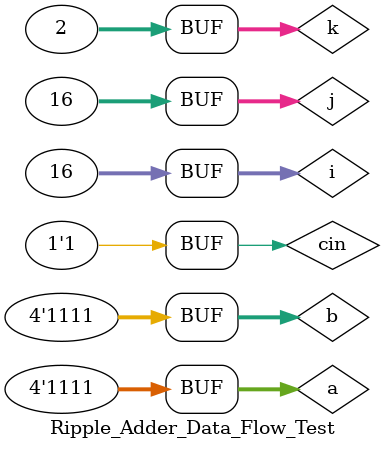
<source format=v>
`timescale 1ns / 1ps


module Ripple_Adder_Data_Flow_Test;

	// Inputs
	reg [3:0] a;
	reg [3:0] b;
	reg cin;

	// Outputs
	wire [3:0] s;
	wire cout;
	
	integer i, j, k;

	// Instantiate the Unit Under Test (UUT)
	Ripple_Adder_Data_Flow uut (
		.a(a), 
		.b(b), 
		.cin(cin), 
		.s(s), 
		.cout(cout)
	);

	initial begin
		// Initialize Inputs
		a = 4'b0000;
		b = 4'b0000;
		cin = 0;

			
			for (i = 0; i < 16; i = i + 1) begin
				for (j = 0; j < 16; j = j + 1) begin
					for (k = 0; k < 2; k  = k + 1) begin

						// waits for 10ns each iteration
						// total simulation time is 1000ns by default
						// to make this work we changed the simulation time to 5120ns (10 * 16 * 16 *2)
						// to change: Right click on Simulate Behavioral Model -> Process Properties -> Simulation Run Time = 5120ns
						#10 {a[3], a[2], a[1], a[0] } = i;
						{b[3], b[2], b[1], b[0] } = j;
						{ cin } = k;
					end
				end
			end
	end
	
      
endmodule


</source>
